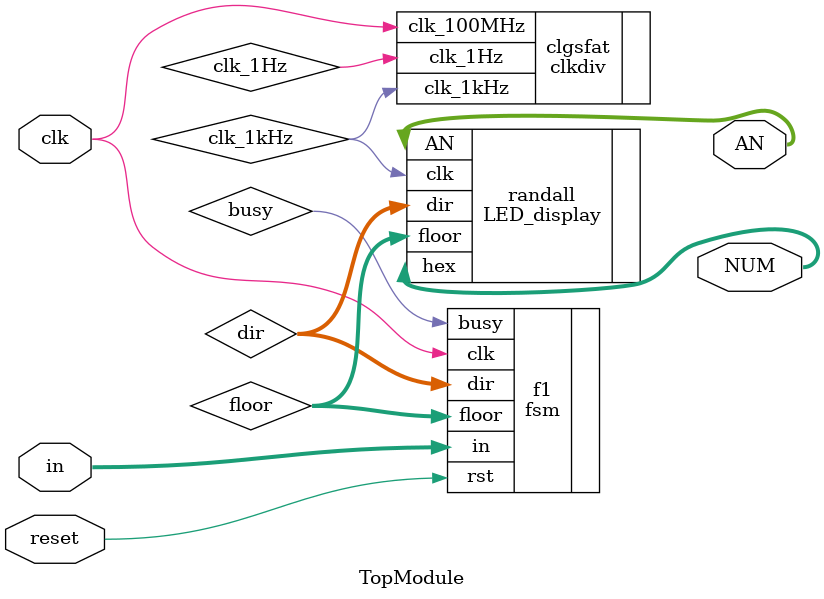
<source format=v>
`timescale 1ns / 1ps
module TopModule(
    input [5:0] in,
    input clk,
	 input reset,
    output [6:0] NUM,
    output [3:0] AN
    );
	 
	 wire clk_1kHz;
	 wire clk_1Hz;
	 wire [1:0] floor;
	 wire [1:0] dir;
	 wire busy;
	 
	 clkdiv clgsfat(.clk_100MHz(clk),.clk_1kHz(clk_1kHz),.clk_1Hz(clk_1Hz));
	 fsm f1(.in(in),.rst(reset),.clk(clk),.floor(floor),.dir(dir),.busy(busy)); //run @ 100MHz. counter built in.
	 LED_display randall(.dir(dir),.floor(floor),.hex(NUM),.AN(AN),.clk(clk_1kHz)); //run @ 1kHz.


endmodule

</source>
